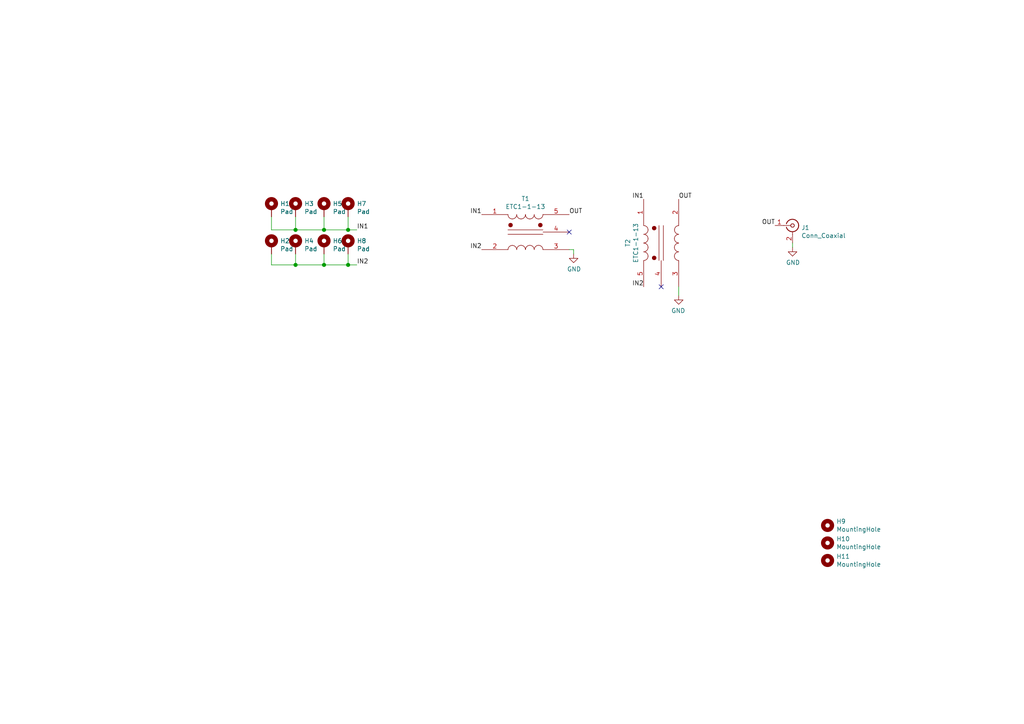
<source format=kicad_sch>
(kicad_sch (version 20201015) (generator eeschema)
  (page 1 1)
  (paper "A4")
  (lib_symbols
    (symbol "Connector:Conn_Coaxial" (pin_names (offset 1.016) hide)
      (property "Reference" "J" (at 0.254 3.048 0))
      (property "Value" "Conn_Coaxial" (at 2.921 0 90))
      (symbol "Conn_Coaxial_0_1"
        (arc (start -1.778 0.508) (end 1.778 0) (radius (at -0.0508 0) (length 1.8034) (angles 163.6 0)) (stroke (width 0.254)))
        (arc (start 1.778 0) (end -1.778 -0.508) (radius (at -0.0254 0) (length 1.8034) (angles 0 -163.8)) (stroke (width 0.254)))
        (circle (center 0 0) (radius 0.508) (stroke (width 0.2032)))
        (polyline (pts (xy -2.54 0) (xy -0.508 0)))
        (polyline (pts (xy 0 -2.54) (xy 0 -1.778)))
      )
      (symbol "Conn_Coaxial_1_1"
        (pin passive line (at -5.08 0 0) (length 2.54) (name "In") (number "1"))
        (pin passive line (at 0 -5.08 90) (length 2.54) (name "Ext") (number "2"))
      )
    )
    (symbol "Mechanical:MountingHole" (pin_names (offset 1.016))
      (property "Reference" "H" (at 0 5.08 0))
      (property "Value" "MountingHole" (at 0 3.175 0))
      (symbol "MountingHole_0_1"
        (circle (center 0 0) (radius 1.27) (stroke (width 1.27)))
      )
    )
    (symbol "Mechanical:MountingHole_Pad" (pin_numbers hide) (pin_names (offset 1.016) hide)
      (property "Reference" "H" (at 0 6.35 0))
      (property "Value" "MountingHole_Pad" (at 0 4.445 0))
      (symbol "MountingHole_Pad_0_1"
        (circle (center 0 1.27) (radius 1.27) (stroke (width 1.27)))
      )
      (symbol "MountingHole_Pad_1_1"
        (pin input line (at 0 -2.54 90) (length 2.54) (name "1") (number "1"))
      )
    )
    (symbol "QFHBAL01-rescue:ETC1-1-13-riske-symbols" (pin_names (offset 1.016) hide)
      (property "Reference" "T" (at 1.27 7.62 0))
      (property "Value" "ETC1-1-13-riske-symbols" (at 2.54 -7.62 0))
      (symbol "ETC1-1-13-riske-symbols_0_1"
        (arc (start 0 -5.1054) (end -1.27 -3.8608) (radius (at -1.27 -5.1054) (length 1.27) (angles 1 90.1)))
        (arc (start -2.5146 -5.1054) (end -1.27 -3.8608) (radius (at -1.27 -5.1054) (length 1.27) (angles 178.8 90.1)))
        (arc (start -1.27 3.81) (end -2.5146 5.08) (radius (at -1.27 5.08) (length 1.27) (angles -90.1 -179.9)))
        (arc (start 0 5.08) (end -1.27 3.81) (radius (at -1.27 5.08) (length 1.27) (angles -0.1 -89.9)))
        (arc (start 1.27 -3.8354) (end 0.0254 -5.08) (radius (at 1.27 -5.08) (length 1.27) (angles 89.9 -179.9)))
        (arc (start 2.54 -5.08) (end 1.27 -3.8354) (radius (at 1.27 -5.08) (length 1.27) (angles -0.1 90.1)))
        (arc (start 1.27 3.81) (end 0.0254 5.08) (radius (at 1.27 5.08) (length 1.27) (angles -90.1 -179.9)))
        (arc (start 2.54 5.08) (end 1.27 3.81) (radius (at 1.27 5.08) (length 1.27) (angles -0.1 -89.9)))
        (arc (start 3.81 -3.8354) (end 2.5654 -5.08) (radius (at 3.81 -5.08) (length 1.27) (angles 89.9 -179.9)))
        (arc (start 5.08 -5.08) (end 3.81 -3.8354) (radius (at 3.81 -5.08) (length 1.27) (angles -0.1 90.1)))
        (arc (start 3.81 3.81) (end 2.5654 5.08) (radius (at 3.81 5.08) (length 1.27) (angles -90.1 -179.9)))
        (arc (start 5.08 5.08) (end 3.81 3.81) (radius (at 3.81 5.08) (length 1.27) (angles -0.1 -89.9)))
        (arc (start 6.35 -3.8354) (end 5.1054 -5.08) (radius (at 6.35 -5.08) (length 1.27) (angles 89.9 -179.9)))
        (arc (start 7.62 -5.08) (end 6.35 -3.8354) (radius (at 6.35 -5.08) (length 1.27) (angles -0.1 90.1)))
        (arc (start 6.35 3.81) (end 5.1054 5.08) (radius (at 6.35 5.08) (length 1.27) (angles -90.1 -179.9)))
        (arc (start 7.62 5.08) (end 6.35 3.81) (radius (at 6.35 5.08) (length 1.27) (angles -0.1 -89.9)))
        (circle (center -1.778 2.032) (radius 0.5588) (fill (type outline)))
        (circle (center 6.858 2.032) (radius 0.5588) (fill (type outline)))
        (polyline (pts (xy -2.54 -0.635) (xy 7.62 -0.635)))
        (polyline (pts (xy 7.62 0.635) (xy -2.54 0.635)))
      )
      (symbol "ETC1-1-13-riske-symbols_1_1"
        (pin passive line (at -10.16 5.08 0) (length 7.62) (name "AA") (number "1"))
        (pin passive line (at -10.16 -5.08 0) (length 7.62) (name "AB") (number "2"))
        (pin passive line (at 15.24 -5.08 180) (length 7.62) (name "SA") (number "3"))
        (pin passive line (at 15.24 0 180) (length 7.62) (name "SC") (number "4"))
        (pin passive line (at 15.24 5.08 180) (length 7.62) (name "SB") (number "5"))
      )
    )
    (symbol "power:GND" (power) (pin_names (offset 0))
      (property "Value" "GND" (at 0 -3.81 0))
      (symbol "GND_0_1"
        (polyline (pts (xy 0 0) (xy 0 -1.27) (xy 1.27 -1.27) (xy 0 -2.54) (xy -1.27 -1.27) (xy 0 -1.27)))
      )
      (symbol "GND_1_1"
        (pin power_in line (at 0 0 270) (length 0) hide (name "GND") (number "1"))
      )
    )
  )
  (junction (at 85.725 66.675) (diameter 1.016))
  (junction (at 85.725 76.835) (diameter 1.016))
  (junction (at 93.98 66.675) (diameter 1.016))
  (junction (at 93.98 76.835) (diameter 1.016))
  (junction (at 100.965 66.675) (diameter 1.016))
  (junction (at 100.965 76.835) (diameter 1.016))
  (no_connect (at 191.77 83.185))
  (no_connect (at 165.1 67.31))
  (wire (pts (xy 78.74 66.675) (xy 78.74 62.865)))
  (wire (pts (xy 78.74 76.835) (xy 78.74 73.66)))
  (wire (pts (xy 85.725 66.675) (xy 78.74 66.675)))
  (wire (pts (xy 85.725 66.675) (xy 85.725 62.865)))
  (wire (pts (xy 85.725 76.835) (xy 78.74 76.835)))
  (wire (pts (xy 85.725 76.835) (xy 85.725 73.66)))
  (wire (pts (xy 93.98 66.675) (xy 85.725 66.675)))
  (wire (pts (xy 93.98 66.675) (xy 93.98 62.865)))
  (wire (pts (xy 93.98 76.835) (xy 85.725 76.835)))
  (wire (pts (xy 93.98 76.835) (xy 93.98 73.66)))
  (wire (pts (xy 100.965 62.865) (xy 100.965 66.675)))
  (wire (pts (xy 100.965 66.675) (xy 93.98 66.675)))
  (wire (pts (xy 100.965 66.675) (xy 103.505 66.675)))
  (wire (pts (xy 100.965 76.835) (xy 93.98 76.835)))
  (wire (pts (xy 100.965 76.835) (xy 100.965 73.66)))
  (wire (pts (xy 100.965 76.835) (xy 103.505 76.835)))
  (wire (pts (xy 165.1 72.39) (xy 166.37 72.39)))
  (wire (pts (xy 166.37 72.39) (xy 166.37 73.66)))
  (wire (pts (xy 196.85 83.185) (xy 196.85 85.725)))
  (wire (pts (xy 229.87 70.485) (xy 229.87 71.755)))
  (label "IN1" (at 103.505 66.675 0))
  (label "IN2" (at 103.505 76.835 0))
  (label "IN1" (at 139.7 62.23 180))
  (label "IN2" (at 139.7 72.39 180))
  (label "OUT" (at 165.1 62.23 0))
  (label "IN1" (at 186.69 57.785 180))
  (label "IN2" (at 186.69 83.185 180))
  (label "OUT" (at 196.85 57.785 0))
  (label "OUT" (at 224.79 65.405 180))
  (symbol (lib_id "power:GND") (at 166.37 73.66 0) (unit 1)
    (property "Reference" "#PWR01" (effects hide))
    (property "Value" "GND" (at 166.497 78.0542 0))
  )
  (symbol (lib_id "power:GND") (at 196.85 85.725 0) (mirror y) (unit 1)
    (property "Reference" "#PWR02" (effects hide))
    (property "Value" "GND" (at 196.723 90.1192 0))
  )
  (symbol (lib_id "power:GND") (at 229.87 71.755 0) (unit 1)
    (property "Reference" "#PWR03" (effects hide))
    (property "Value" "GND" (at 229.997 76.1492 0))
  )
  (symbol (lib_id "Mechanical:MountingHole") (at 240.03 152.4 0) (unit 1)
    (property "Reference" "H9" (at 242.57 151.2316 0) (effects (justify left)))
    (property "Value" "MountingHole" (at 242.57 153.543 0) (effects (justify left)))
    (property "Footprint" "MountingHole:MountingHole_3.2mm_M3" (effects hide))
  )
  (symbol (lib_id "Mechanical:MountingHole") (at 240.03 157.48 0) (unit 1)
    (property "Reference" "H10" (at 242.57 156.3116 0) (effects (justify left)))
    (property "Value" "MountingHole" (at 242.57 158.623 0) (effects (justify left)))
    (property "Footprint" "MountingHole:MountingHole_3.2mm_M3" (effects hide))
  )
  (symbol (lib_id "Mechanical:MountingHole") (at 240.03 162.56 0) (unit 1)
    (property "Reference" "H11" (at 242.57 161.3916 0) (effects (justify left)))
    (property "Value" "MountingHole" (at 242.57 163.703 0) (effects (justify left)))
    (property "Footprint" "MountingHole:MountingHole_3.2mm_M3" (effects hide))
  )
  (symbol (lib_id "Mechanical:MountingHole_Pad") (at 78.74 60.325 0) (unit 1)
    (property "Reference" "H1" (at 81.28 59.0804 0) (effects (justify left)))
    (property "Value" "Pad" (at 81.28 61.3918 0) (effects (justify left)))
    (property "Footprint" "MountingHole:MountingHole_2.2mm_M2_Pad" (effects hide))
  )
  (symbol (lib_id "Mechanical:MountingHole_Pad") (at 78.74 71.12 0) (unit 1)
    (property "Reference" "H2" (at 81.28 69.8754 0) (effects (justify left)))
    (property "Value" "Pad" (at 81.28 72.1868 0) (effects (justify left)))
    (property "Footprint" "MountingHole:MountingHole_2.2mm_M2_Pad" (effects hide))
  )
  (symbol (lib_id "Mechanical:MountingHole_Pad") (at 85.725 60.325 0) (unit 1)
    (property "Reference" "H3" (at 88.265 59.0804 0) (effects (justify left)))
    (property "Value" "Pad" (at 88.265 61.3918 0) (effects (justify left)))
    (property "Footprint" "MountingHole:MountingHole_2.2mm_M2_Pad" (effects hide))
  )
  (symbol (lib_id "Mechanical:MountingHole_Pad") (at 85.725 71.12 0) (unit 1)
    (property "Reference" "H4" (at 88.265 69.8754 0) (effects (justify left)))
    (property "Value" "Pad" (at 88.265 72.1868 0) (effects (justify left)))
    (property "Footprint" "MountingHole:MountingHole_2.2mm_M2_Pad" (effects hide))
  )
  (symbol (lib_id "Mechanical:MountingHole_Pad") (at 93.98 60.325 0) (unit 1)
    (property "Reference" "H5" (at 96.52 59.0804 0) (effects (justify left)))
    (property "Value" "Pad" (at 96.52 61.3918 0) (effects (justify left)))
    (property "Footprint" "MountingHole:MountingHole_2.2mm_M2_Pad" (effects hide))
  )
  (symbol (lib_id "Mechanical:MountingHole_Pad") (at 93.98 71.12 0) (unit 1)
    (property "Reference" "H6" (at 96.52 69.8754 0) (effects (justify left)))
    (property "Value" "Pad" (at 96.52 72.1868 0) (effects (justify left)))
    (property "Footprint" "MountingHole:MountingHole_2.2mm_M2_Pad" (effects hide))
  )
  (symbol (lib_id "Mechanical:MountingHole_Pad") (at 100.965 60.325 0) (unit 1)
    (property "Reference" "H7" (at 103.505 59.0804 0) (effects (justify left)))
    (property "Value" "Pad" (at 103.505 61.3918 0) (effects (justify left)))
    (property "Footprint" "MountingHole:MountingHole_2.2mm_M2_Pad" (effects hide))
  )
  (symbol (lib_id "Mechanical:MountingHole_Pad") (at 100.965 71.12 0) (unit 1)
    (property "Reference" "H8" (at 103.505 69.8754 0) (effects (justify left)))
    (property "Value" "Pad" (at 103.505 72.1868 0) (effects (justify left)))
    (property "Footprint" "MountingHole:MountingHole_2.2mm_M2_Pad" (effects hide))
  )
  (symbol (lib_id "Connector:Conn_Coaxial") (at 229.87 65.405 0) (unit 1)
    (property "Reference" "J1" (at 232.41 66.04 0) (effects (justify left)))
    (property "Value" "Conn_Coaxial" (at 232.41 68.3514 0) (effects (justify left)))
    (property "Footprint" "Connector_Coaxial:SMA_Amphenol_901-144_Vertical" (effects hide))
    (property "Datasheet" " ~" (effects hide))
  )
  (symbol (lib_id "QFHBAL01-rescue:ETC1-1-13-riske-symbols") (at 149.86 67.31 0) (unit 1)
    (property "Reference" "T1" (at 152.4 57.6326 0))
    (property "Value" "ETC1-1-13" (at 152.4 59.944 0))
    (property "Footprint" "Transformer_SMD:Transformer_MACOM_SM-22" (effects hide))
  )
  (symbol (lib_id "QFHBAL01-rescue:ETC1-1-13-riske-symbols") (at 191.77 67.945 90) (mirror x) (unit 1)
    (property "Reference" "T2" (at 182.0926 70.485 0))
    (property "Value" "ETC1-1-13" (at 184.404 70.485 0))
    (property "Footprint" "Transformer_SMD:Transformer_MACOM_SM-22" (effects hide))
  )
)
</source>
